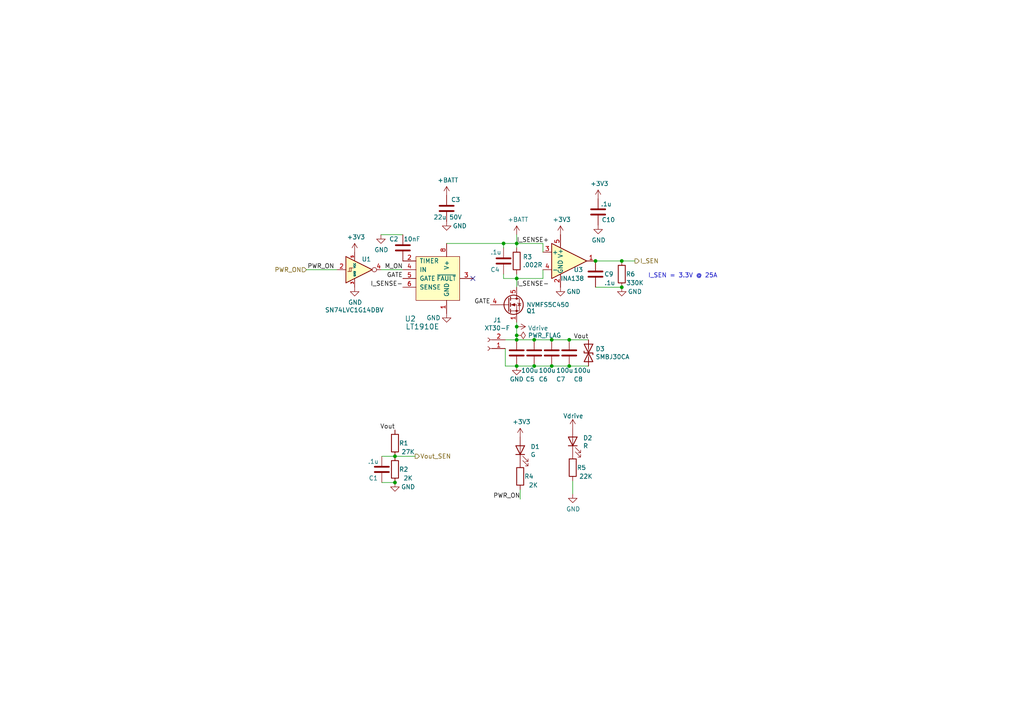
<source format=kicad_sch>
(kicad_sch (version 20211123) (generator eeschema)
  (paper "A4")
  (title_block (title "DJI Encoder Shield") (date "2020-11-08") (rev "R01") (company "HKU M2 Robocon Studio") (comment 1 "Designed by: Jeff Lai") (comment 2 "Control DJI to steer active caster module"))
  (lib_symbols
    (symbol "74xGxx:SN74LVC1G14DBV"
      (property "Reference" "U" (at -2.54 5.08 0))
      (property "Value" "SN74LVC1G14DBV" (at 10.16 5.08 0))
      (symbol "SN74LVC1G14DBV_0_1"
        (polyline (pts (xy -1.016 0.508) (xy -0.508 0.508)))
        (polyline (pts (xy -2.54 3.81) (xy -2.54 -3.81) (xy 5.08 0) (xy -2.54 3.81)) (stroke (width 0.254)) (fill (type background)))
        (polyline (pts (xy -1.524 -0.508) (xy -1.524 0.508) (xy -1.016 0.508) (xy -1.016 -0.508) (xy -2.032 -0.508)))
        (circle (center 5.715 0) (radius 0.635))
      )
      (symbol "SN74LVC1G14DBV_1_1"
        (pin no_connect line (at 5.08 0 180) (length 2.54) hide (name "NC") (number "1"))
        (pin input line (at -5.08 0 0) (length 2.54) (name "~") (number "2"))
        (pin power_in line (at 0 -5.08 90) (length 2.54) (name "GND") (number "3"))
        (pin output line (at 7.62 0 180) (length 1.27) (name "~") (number "4"))
        (pin power_in line (at 0 5.08 270) (length 2.54) (name "VCC") (number "5"))
      )
    )
    (symbol "AbsoluteEncoderBoard-rescue:LT1910ES8_PBF-dk_PMIC-Gate-Drivers" (pin_names (offset 1.016))
      (property "Reference" "U" (at -5.715 5.715 0))
      (property "Value" "LT1910ES8_PBF-dk_PMIC-Gate-Drivers" (at 5.08 -10.16 0))
      (symbol "LT1910ES8_PBF-dk_PMIC-Gate-Drivers_0_1"
        (rectangle (start -6.35 3.81) (end 6.35 -8.89) (fill (type background)))
      )
      (symbol "LT1910ES8_PBF-dk_PMIC-Gate-Drivers_1_1"
        (pin power_in line (at 2.54 -12.7 90) (length 3.81) (name "GND") (number "1"))
        (pin passive line (at -10.16 2.54 0) (length 3.81) (name "TIMER") (number "2"))
        (pin output line (at 10.16 -2.54 180) (length 3.81) (name "~{FAULT}") (number "3"))
        (pin input line (at -10.16 0 0) (length 3.81) (name "IN") (number "4"))
        (pin input line (at -10.16 -2.54 0) (length 3.81) (name "GATE") (number "5"))
        (pin input line (at -10.16 -5.08 0) (length 3.81) (name "SENSE") (number "6"))
        (pin no_connect line (at -6.35 -7.62 0) (length 3.81) hide (name "NC") (number "7"))
        (pin power_in line (at 2.54 7.62 270) (length 3.81) (name "V+") (number "8"))
      )
    )
    (symbol "Amplifier_Current:INA138" (pin_names (offset 0.127))
      (property "Reference" "U" (at 3.81 5.08 0))
      (property "Value" "INA138" (at 3.81 2.54 0))
      (symbol "INA138_0_1"
        (polyline (pts (xy -5.08 5.08) (xy 5.08 0) (xy -5.08 -5.08) (xy -5.08 5.08)) (stroke (width 0.254)) (fill (type background)))
      )
      (symbol "INA138_1_1"
        (pin output line (at 7.62 0 180) (length 2.54) (name "~") (number "1"))
        (pin power_in line (at -2.54 -7.62 90) (length 3.81) (name "GND") (number "2"))
        (pin input line (at -7.62 2.54 0) (length 2.54) (name "+") (number "3"))
        (pin input line (at -7.62 -2.54 0) (length 2.54) (name "-") (number "4"))
        (pin power_in line (at -2.54 7.62 270) (length 3.81) (name "V+") (number "5"))
      )
    )
    (symbol "Connector:Conn_01x02_Female" (pin_names (offset 1.016) hide)
      (property "Reference" "J" (at 0 2.54 0))
      (property "Value" "Conn_01x02_Female" (at 0 -5.08 0))
      (symbol "Conn_01x02_Female_1_1"
        (arc (start 0 -2.032) (mid -0.508 -2.54) (end 0 -3.048) (stroke (width 0.1524)))
        (polyline (pts (xy -1.27 -2.54) (xy -0.508 -2.54)) (stroke (width 0.1524)))
        (polyline (pts (xy -1.27 0) (xy -0.508 0)) (stroke (width 0.1524)))
        (arc (start 0 0.508) (mid -0.508 0) (end 0 -0.508) (stroke (width 0.1524)))
        (pin passive line (at -5.08 0 0) (length 3.81) (name "Pin_1") (number "1"))
        (pin passive line (at -5.08 -2.54 0) (length 3.81) (name "Pin_2") (number "2"))
      )
    )
    (symbol "Device:C" (pin_numbers hide) (pin_names (offset 0.254))
      (property "Reference" "C" (at 0.635 2.54 0))
      (property "Value" "C" (at 0.635 -2.54 0))
      (symbol "C_0_1"
        (polyline (pts (xy -2.032 -0.762) (xy 2.032 -0.762)) (stroke (width 0.508)))
        (polyline (pts (xy -2.032 0.762) (xy 2.032 0.762)) (stroke (width 0.508)))
      )
      (symbol "C_1_1"
        (pin passive line (at 0 3.81 270) (length 2.794) (name "~") (number "1"))
        (pin passive line (at 0 -3.81 90) (length 2.794) (name "~") (number "2"))
      )
    )
    (symbol "Device:D_TVS" (pin_numbers hide) (pin_names (offset 1.016) hide)
      (property "Reference" "D" (at 0 2.54 0))
      (property "Value" "D_TVS" (at 0 -2.54 0))
      (symbol "D_TVS_0_1"
        (polyline (pts (xy 1.27 0) (xy -1.27 0)))
        (polyline (pts (xy 0.508 1.27) (xy 0 1.27) (xy 0 -1.27) (xy -0.508 -1.27)) (stroke (width 0.254)))
        (polyline (pts (xy -2.54 1.27) (xy -2.54 -1.27) (xy 2.54 1.27) (xy 2.54 -1.27) (xy -2.54 1.27)) (stroke (width 0.254)))
      )
      (symbol "D_TVS_1_1"
        (pin passive line (at -3.81 0 0) (length 2.54) (name "A1") (number "1"))
        (pin passive line (at 3.81 0 180) (length 2.54) (name "A2") (number "2"))
      )
    )
    (symbol "Device:LED" (pin_numbers hide) (pin_names (offset 1.016) hide)
      (property "Reference" "D" (at 0 2.54 0))
      (property "Value" "LED" (at 0 -2.54 0))
      (symbol "LED_0_1"
        (polyline (pts (xy -1.27 -1.27) (xy -1.27 1.27)) (stroke (width 0.254)))
        (polyline (pts (xy -1.27 0) (xy 1.27 0)))
        (polyline (pts (xy 1.27 -1.27) (xy 1.27 1.27) (xy -1.27 0) (xy 1.27 -1.27)) (stroke (width 0.254)))
        (polyline (pts (xy -3.048 -0.762) (xy -4.572 -2.286) (xy -3.81 -2.286) (xy -4.572 -2.286) (xy -4.572 -1.524)))
        (polyline (pts (xy -1.778 -0.762) (xy -3.302 -2.286) (xy -2.54 -2.286) (xy -3.302 -2.286) (xy -3.302 -1.524)))
      )
      (symbol "LED_1_1"
        (pin passive line (at -3.81 0 0) (length 2.54) (name "K") (number "1"))
        (pin passive line (at 3.81 0 180) (length 2.54) (name "A") (number "2"))
      )
    )
    (symbol "Device:R" (pin_numbers hide) (pin_names (offset 0))
      (property "Reference" "R" (at 2.032 0 90))
      (property "Value" "R" (at 0 0 90))
      (symbol "R_0_1"
        (rectangle (start -1.016 -2.54) (end 1.016 2.54) (stroke (width 0.254)))
      )
      (symbol "R_1_1"
        (pin passive line (at 0 3.81 270) (length 1.27) (name "~") (number "1"))
        (pin passive line (at 0 -3.81 90) (length 1.27) (name "~") (number "2"))
      )
    )
    (symbol "Transistor_FET:BSC030N08NS5" (pin_names hide)
      (property "Reference" "Q" (at 5.08 1.905 0))
      (property "Value" "BSC030N08NS5" (at 5.08 0 0))
      (symbol "BSC030N08NS5_0_1"
        (polyline (pts (xy 0.254 0) (xy -2.54 0)))
        (polyline (pts (xy 0.254 1.905) (xy 0.254 -1.905)) (stroke (width 0.254)))
        (polyline (pts (xy 0.762 -1.27) (xy 0.762 -2.286)) (stroke (width 0.254)))
        (polyline (pts (xy 0.762 0.508) (xy 0.762 -0.508)) (stroke (width 0.254)))
        (polyline (pts (xy 0.762 2.286) (xy 0.762 1.27)) (stroke (width 0.254)))
        (polyline (pts (xy 2.54 2.54) (xy 2.54 1.778)))
        (polyline (pts (xy 2.54 -2.54) (xy 2.54 0) (xy 0.762 0)))
        (polyline (pts (xy 0.762 -1.778) (xy 3.302 -1.778) (xy 3.302 1.778) (xy 0.762 1.778)))
        (polyline (pts (xy 1.016 0) (xy 2.032 0.381) (xy 2.032 -0.381) (xy 1.016 0)) (fill (type outline)))
        (polyline (pts (xy 2.794 0.508) (xy 2.921 0.381) (xy 3.683 0.381) (xy 3.81 0.254)))
        (polyline (pts (xy 3.302 0.381) (xy 2.921 -0.254) (xy 3.683 -0.254) (xy 3.302 0.381)))
        (circle (center 1.651 0) (radius 2.794) (stroke (width 0.254)))
        (circle (center 2.54 -1.778) (radius 0.254) (fill (type outline)))
        (circle (center 2.54 1.778) (radius 0.254) (fill (type outline)))
      )
      (symbol "BSC030N08NS5_1_1"
        (pin passive line (at 2.54 -5.08 90) (length 2.54) (name "S") (number "1"))
        (pin passive line (at 2.54 -5.08 90) (length 2.54) hide (name "S") (number "2"))
        (pin passive line (at 2.54 -5.08 90) (length 2.54) hide (name "S") (number "3"))
        (pin passive line (at -5.08 0 0) (length 2.54) (name "G") (number "4"))
        (pin passive line (at 2.54 5.08 270) (length 2.54) (name "D") (number "5"))
      )
    )
    (symbol "power:+3V3" (power) (pin_names (offset 0))
      (property "Value" "+3V3" (at 0 3.556 0))
      (symbol "+3V3_0_1"
        (polyline (pts (xy -0.762 1.27) (xy 0 2.54)))
        (polyline (pts (xy 0 0) (xy 0 2.54)))
        (polyline (pts (xy 0 2.54) (xy 0.762 1.27)))
      )
      (symbol "+3V3_1_1"
        (pin power_in line (at 0 0 90) (length 0) hide (name "+3V3") (number "1"))
      )
    )
    (symbol "power:+BATT" (power) (pin_names (offset 0))
      (property "Value" "+BATT" (at 0 3.556 0))
      (symbol "+BATT_0_1"
        (polyline (pts (xy -0.762 1.27) (xy 0 2.54)))
        (polyline (pts (xy 0 0) (xy 0 2.54)))
        (polyline (pts (xy 0 2.54) (xy 0.762 1.27)))
      )
      (symbol "+BATT_1_1"
        (pin power_in line (at 0 0 90) (length 0) hide (name "+BATT") (number "1"))
      )
    )
    (symbol "power:GND" (power) (pin_names (offset 0))
      (property "Value" "GND" (at 0 -3.81 0))
      (symbol "GND_0_1"
        (polyline (pts (xy 0 0) (xy 0 -1.27) (xy 1.27 -1.27) (xy 0 -2.54) (xy -1.27 -1.27) (xy 0 -1.27)))
      )
      (symbol "GND_1_1"
        (pin power_in line (at 0 0 270) (length 0) hide (name "GND") (number "1"))
      )
    )
    (symbol "power:PWR_FLAG" (power) (pin_numbers hide) (pin_names (offset 0) hide)
      (property "Value" "PWR_FLAG" (at 0 3.81 0))
      (symbol "PWR_FLAG_0_0"
        (pin power_out line (at 0 0 90) (length 0) (name "pwr") (number "1"))
      )
      (symbol "PWR_FLAG_0_1"
        (polyline (pts (xy 0 0) (xy 0 1.27) (xy -1.016 1.905) (xy 0 2.54) (xy 1.016 1.905) (xy 0 1.27)))
      )
    )
    (symbol "power:Vdrive" (power) (pin_names (offset 0))
      (property "Value" "Vdrive" (at 0 3.81 0))
      (symbol "Vdrive_0_1"
        (polyline (pts (xy -0.762 1.27) (xy 0 2.54)))
        (polyline (pts (xy 0 0) (xy 0 2.54)))
        (polyline (pts (xy 0 2.54) (xy 0.762 1.27)))
      )
      (symbol "Vdrive_1_1"
        (pin power_in line (at 0 0 90) (length 0) hide (name "Vdrive") (number "1"))
      )
    )
  )
  (junction (at 149.86 97.282))
  (junction (at 149.86 70.612))
  (junction (at 149.86 94.742))
  (junction (at 149.86 80.772))
  (junction (at 149.86 106.172))
  (junction (at 146.05 70.612))
  (junction (at 114.554 132.334))
  (junction (at 180.34 75.692))
  (junction (at 154.94 98.552))
  (junction (at 154.94 106.172))
  (junction (at 114.554 139.954))
  (junction (at 165.1 106.172))
  (junction (at 149.86 98.552))
  (junction (at 165.1 98.552))
  (junction (at 172.72 75.692))
  (junction (at 180.34 83.312))
  (junction (at 160.02 98.552))
  (junction (at 160.02 106.172))
  (no_connect (at 137.16 80.772))
  (wire (pts (xy 166.116 139.446) (xy 166.116 143.256)))
  (wire (pts (xy 110.49 68.072) (xy 116.84 68.072)))
  (wire (pts (xy 154.94 106.172) (xy 160.02 106.172)))
  (wire (pts (xy 172.72 75.692) (xy 180.34 75.692)))
  (wire (pts (xy 160.02 106.172) (xy 165.1 106.172)))
  (wire (pts (xy 149.86 93.472) (xy 149.86 94.742)))
  (wire (pts (xy 88.9 78.232) (xy 97.79 78.232)))
  (wire (pts (xy 157.48 70.612) (xy 149.86 70.612)))
  (wire (pts (xy 149.86 79.502) (xy 149.86 80.772)))
  (wire (pts (xy 170.688 106.172) (xy 165.1 106.172)))
  (wire (pts (xy 157.48 70.612) (xy 157.48 73.152)))
  (wire (pts (xy 170.688 98.552) (xy 165.1 98.552)))
  (wire (pts (xy 149.86 106.172) (xy 154.94 106.172)))
  (wire (pts (xy 154.94 98.552) (xy 149.86 98.552)))
  (wire (pts (xy 110.49 78.232) (xy 116.84 78.232)))
  (wire (pts (xy 150.876 144.78) (xy 150.876 141.986)))
  (wire (pts (xy 146.558 106.172) (xy 149.86 106.172)))
  (wire (pts (xy 129.54 70.612) (xy 146.05 70.612)))
  (wire (pts (xy 149.86 97.282) (xy 149.86 98.552)))
  (wire (pts (xy 149.86 80.772) (xy 149.86 83.312)))
  (wire (pts (xy 110.744 139.954) (xy 114.554 139.954)))
  (wire (pts (xy 146.558 98.552) (xy 149.86 98.552)))
  (wire (pts (xy 149.86 94.742) (xy 149.86 97.282)))
  (wire (pts (xy 146.05 79.502) (xy 146.05 80.772)))
  (wire (pts (xy 149.86 70.612) (xy 149.86 68.072)))
  (wire (pts (xy 157.48 80.772) (xy 149.86 80.772)))
  (wire (pts (xy 165.1 98.552) (xy 160.02 98.552)))
  (wire (pts (xy 146.05 80.772) (xy 149.86 80.772)))
  (wire (pts (xy 157.48 78.232) (xy 157.48 80.772)))
  (wire (pts (xy 180.34 83.312) (xy 172.72 83.312)))
  (wire (pts (xy 184.15 75.692) (xy 180.34 75.692)))
  (wire (pts (xy 120.396 132.334) (xy 114.554 132.334)))
  (wire (pts (xy 146.558 101.092) (xy 146.558 106.172)))
  (wire (pts (xy 146.05 71.882) (xy 146.05 70.612)))
  (wire (pts (xy 160.02 98.552) (xy 154.94 98.552)))
  (wire (pts (xy 146.05 70.612) (xy 149.86 70.612)))
  (wire (pts (xy 149.86 70.612) (xy 149.86 71.882)))
  (wire (pts (xy 110.744 132.334) (xy 114.554 132.334)))
  (text "I_SEN = 3.3V @ 25A" (at 187.96 80.772 0) (effects (font (size 1.27 1.27)) (justify left bottom)))
  (label "I_SENSE-" (at 149.86 83.312 0))
  (label "Vout" (at 170.688 98.552 180))
  (label "I_SENSE-" (at 116.84 83.312 180))
  (label "PWR_ON" (at 150.876 144.78 180))
  (label "PWR_ON" (at 89.154 78.232 0))
  (label "M_ON" (at 116.84 78.232 180))
  (label "GATE" (at 142.24 88.392 180))
  (label "Vout" (at 114.554 124.714 180))
  (label "GATE" (at 116.84 80.772 180))
  (label "I_SENSE+" (at 149.86 70.612 0))
  (hierarchical_label "Vout_SEN" (shape output) (at 120.396 132.334 0))
  (hierarchical_label "PWR_ON" (shape input) (at 88.9 78.232 180))
  (hierarchical_label "I_SEN" (shape output) (at 184.15 75.692 0))
  (symbol (lib_id "power:GND") (at 149.86 106.172 0)
    (property "Reference" "#PWR010" (effects hide))
    (property "Value" "GND" (at 149.86 109.982 0))
  )
  (symbol (lib_id "Transistor_FET:BSC030N08NS5") (at 147.32 88.392 0)
    (property "Reference" "Q1" (at 152.654 90.17 0) (effects (justify left)))
    (property "Value" "NVMFS5C450" (at 152.654 88.392 0) (effects (justify left)))
    (property "Footprint" "Package_TO_SOT_SMD:TDSON-8-1" (effects hide))
    (property "Datasheet" "http://www.infineon.com/dgdl/Infineon-BSC030N08NS5-DS-v02_02-EN.pdf?fileId=5546d4624ad04ef9014aed52f4210acf" (effects hide))
  )
  (symbol (lib_id "Device:R") (at 149.86 75.692 0)
    (property "Reference" "R3" (at 151.638 74.5236 0) (effects (justify left)))
    (property "Value" ".002R" (at 151.638 76.835 0) (effects (justify left)))
    (property "Footprint" "Resistor_SMD:R_2512_6332Metric" (effects hide))
  )
  (symbol (lib_id "power:GND") (at 129.54 90.932 0)
    (property "Reference" "#PWR07" (effects hide))
    (property "Value" "GND" (at 125.73 92.202 0))
  )
  (symbol (lib_id "power:GND") (at 129.54 64.262 0)
    (property "Reference" "#PWR06" (effects hide))
    (property "Value" "GND" (at 133.35 65.532 0))
  )
  (symbol (lib_id "AbsoluteEncoderBoard-rescue:LT1910ES8_PBF-dk_PMIC-Gate-Drivers") (at 127 78.232 0)
    (property "Reference" "U2" (at 117.348 92.456 0) (effects (font (size 1.524 1.524)) (justify left)))
    (property "Value" "LT1910E" (at 117.602 94.742 0) (effects (font (size 1.524 1.524)) (justify left)))
    (property "Footprint" "digikey-footprints:SOIC-8_W3.9mm" (effects hide))
    (property "Datasheet" "http://www.linear.com/docs/3996" (effects hide))
    (property "Digi-Key_PN" "LT1910ES8#PBF-ND" (effects hide))
    (property "MPN" "LT1910ES8#PBF" (effects hide))
    (property "Category" "Integrated Circuits (ICs)" (effects hide))
    (property "Family" "PMIC - Gate Drivers" (effects hide))
    (property "DK_Datasheet_Link" "http://www.linear.com/docs/3996" (effects hide))
    (property "DK_Detail_Page" "/product-detail/en/linear-technology-analog-devices/LT1910ES8-PBF/LT1910ES8-PBF-ND/890353" (effects hide))
    (property "Description" "IC MOSFET DRIVER HIGH-SIDE 8SOIC" (effects hide))
    (property "Manufacturer" "Linear Technology/Analog Devices" (effects hide))
    (property "Status" "Active" (effects hide))
  )
  (symbol (lib_id "Device:C") (at 129.54 60.452 0)
    (property "Reference" "C3" (at 130.81 57.912 0) (effects (justify left)))
    (property "Value" "22u 50V" (at 125.73 62.992 0) (effects (justify left)))
    (property "Footprint" "Capacitor_SMD:C_0805_2012Metric" (effects hide))
  )
  (symbol (lib_id "Device:C") (at 116.84 71.882 180)
    (property "Reference" "C2" (at 115.57 69.342 0) (effects (justify left)))
    (property "Value" "10nF" (at 121.92 69.342 0) (effects (justify left)))
    (property "Footprint" "Capacitor_SMD:C_0402_1005Metric" (effects hide))
  )
  (symbol (lib_id "power:GND") (at 110.49 68.072 0)
    (property "Reference" "#PWR03" (effects hide))
    (property "Value" "GND" (at 110.617 72.4662 0))
  )
  (symbol (lib_id "power:GND") (at 173.482 65.278 0)
    (property "Reference" "#PWR017" (effects hide))
    (property "Value" "GND" (at 173.609 69.6722 0))
  )
  (symbol (lib_id "Device:C") (at 173.482 61.468 0)
    (property "Reference" "C10" (at 174.498 63.754 0) (effects (justify left)))
    (property "Value" ".1u" (at 174.244 59.182 0) (effects (justify left)))
    (property "Footprint" "Capacitor_SMD:C_0402_1005Metric" (effects hide))
  )
  (symbol (lib_id "Amplifier_Current:INA138") (at 165.1 75.692 0) (unit 1)
    (property "Reference" "U3" (at 166.37 78.232 0) (effects (justify left)))
    (property "Value" "INA138" (at 162.56 80.772 0) (effects (justify left)))
    (property "Footprint" "Package_TO_SOT_SMD:SOT-23-5" (effects hide))
    (property "Datasheet" "http://www.ti.com/lit/ds/symlink/ina138.pdf" (effects hide))
  )
  (symbol (lib_id "Connector:Conn_01x02_Female") (at 141.478 101.092 180) (unit 1)
    (property "Reference" "J1" (at 144.2212 92.837 0))
    (property "Value" "XT30-F" (at 144.2212 95.1484 0))
    (property "Footprint" "Connector_AMASS:AMASS_XT30U-F_1x02_P5.0mm_Vertical" (effects hide))
  )
  (symbol (lib_id "power:GND") (at 162.56 83.312 0)
    (property "Reference" "#PWR013" (effects hide))
    (property "Value" "GND" (at 166.37 84.582 0))
  )
  (symbol (lib_id "power:+3V3") (at 162.56 68.072 0) (unit 1)
    (property "Reference" "#PWR012" (effects hide))
    (property "Value" "+3V3" (at 162.941 63.6778 0))
  )
  (symbol (lib_id "Device:C") (at 172.72 79.502 0)
    (property "Reference" "C9" (at 175.26 79.502 0) (effects (justify left)))
    (property "Value" ".1u" (at 175.26 82.042 0) (effects (justify left)))
    (property "Footprint" "Capacitor_SMD:C_0402_1005Metric" (effects hide))
  )
  (symbol (lib_id "power:GND") (at 180.34 83.312 0)
    (property "Reference" "#PWR018" (effects hide))
    (property "Value" "GND" (at 184.15 84.582 0))
  )
  (symbol (lib_id "Device:R") (at 180.34 79.502 180) (unit 1)
    (property "Reference" "R6" (at 182.88 79.502 0))
    (property "Value" "330K" (at 184.15 82.042 0))
    (property "Footprint" "Resistor_SMD:R_0603_1608Metric" (effects hide))
  )
  (symbol (lib_id "power:Vdrive") (at 149.86 94.742 270) (unit 1)
    (property "Reference" "#PWR09" (effects hide))
    (property "Value" "Vdrive" (at 153.1112 95.1738 90) (effects (justify left)))
  )
  (symbol (lib_id "power:PWR_FLAG") (at 149.86 97.282 270) (unit 1)
    (property "Reference" "#FLG01" (effects hide))
    (property "Value" "PWR_FLAG" (at 153.1112 97.282 90) (effects (justify left)))
  )
  (symbol (lib_id "Device:C") (at 149.86 102.362 0)
    (property "Reference" "C5" (at 152.4 109.982 0) (effects (justify left)))
    (property "Value" "100u" (at 151.13 107.442 0) (effects (justify left)))
    (property "Footprint" "Capacitor_SMD:C_1210_3225Metric" (effects hide))
  )
  (symbol (lib_id "Device:D_TVS") (at 170.688 102.362 270) (unit 1)
    (property "Reference" "D3" (at 172.72 101.1936 90) (effects (justify left)))
    (property "Value" "SMBJ30CA" (at 172.72 103.505 90) (effects (justify left)))
    (property "Footprint" "Diode_SMD:D_SMB_Handsoldering" (effects hide))
  )
  (symbol (lib_id "Device:R") (at 114.554 128.524 180) (unit 1)
    (property "Reference" "R1" (at 117.094 128.524 0))
    (property "Value" "27K" (at 118.364 131.064 0))
    (property "Footprint" "Resistor_SMD:R_0603_1608Metric" (effects hide))
  )
  (symbol (lib_id "Device:R") (at 114.554 136.144 180) (unit 1)
    (property "Reference" "R2" (at 117.094 136.144 0))
    (property "Value" "2K" (at 118.364 138.684 0))
    (property "Footprint" "Resistor_SMD:R_0603_1608Metric" (effects hide))
  )
  (symbol (lib_id "power:GND") (at 114.554 139.954 0)
    (property "Reference" "#PWR04" (effects hide))
    (property "Value" "GND" (at 118.364 141.224 0))
  )
  (symbol (lib_id "Device:C") (at 154.94 102.362 0)
    (property "Reference" "C6" (at 156.21 109.982 0) (effects (justify left)))
    (property "Value" "100u" (at 156.21 107.442 0) (effects (justify left)))
    (property "Footprint" "Capacitor_SMD:C_1210_3225Metric" (effects hide))
  )
  (symbol (lib_id "Device:C") (at 160.02 102.362 0)
    (property "Reference" "C7" (at 161.29 109.982 0) (effects (justify left)))
    (property "Value" "100u" (at 161.29 107.442 0) (effects (justify left)))
    (property "Footprint" "Capacitor_SMD:C_1210_3225Metric" (effects hide))
  )
  (symbol (lib_id "Device:C") (at 165.1 102.362 0)
    (property "Reference" "C8" (at 166.37 109.982 0) (effects (justify left)))
    (property "Value" "100u" (at 166.37 107.442 0) (effects (justify left)))
    (property "Footprint" "Capacitor_SMD:C_1210_3225Metric" (effects hide))
  )
  (symbol (lib_id "Device:C") (at 146.05 75.692 0)
    (property "Reference" "C4" (at 142.24 78.232 0) (effects (justify left)))
    (property "Value" ".1u" (at 142.24 73.152 0) (effects (justify left)))
    (property "Footprint" "Capacitor_SMD:C_0402_1005Metric" (effects hide))
  )
  (symbol (lib_id "Device:C") (at 110.744 136.144 0)
    (property "Reference" "C1" (at 106.934 138.684 0) (effects (justify left)))
    (property "Value" ".1u" (at 106.68 133.858 0) (effects (justify left)))
    (property "Footprint" "Capacitor_SMD:C_0402_1005Metric" (effects hide))
  )
  (symbol (lib_id "Device:LED") (at 150.876 130.556 90) (unit 1)
    (property "Reference" "D1" (at 153.8732 129.5654 90) (effects (justify right)))
    (property "Value" "G" (at 153.8732 131.8768 90) (effects (justify right)))
    (property "Footprint" "LED_SMD:LED_0805_2012Metric_Castellated" (effects hide))
  )
  (symbol (lib_id "Device:R") (at 150.876 138.176 180) (unit 1)
    (property "Reference" "R4" (at 153.416 138.176 0))
    (property "Value" "2K" (at 154.686 140.716 0))
    (property "Footprint" "Resistor_SMD:R_0603_1608Metric" (effects hide))
  )
  (symbol (lib_id "Device:LED") (at 166.116 128.016 90) (unit 1)
    (property "Reference" "D2" (at 169.1132 127.0254 90) (effects (justify right)))
    (property "Value" "R" (at 169.1132 129.3368 90) (effects (justify right)))
    (property "Footprint" "LED_SMD:LED_0805_2012Metric_Castellated" (effects hide))
  )
  (symbol (lib_id "Device:R") (at 166.116 135.636 180) (unit 1)
    (property "Reference" "R5" (at 168.656 135.636 0))
    (property "Value" "22K" (at 169.926 138.176 0))
    (property "Footprint" "Resistor_SMD:R_0603_1608Metric" (effects hide))
  )
  (symbol (lib_id "power:+BATT") (at 149.86 68.072 0) (unit 1)
    (property "Reference" "#PWR08" (effects hide))
    (property "Value" "+BATT" (at 150.241 63.6778 0))
  )
  (symbol (lib_id "power:+BATT") (at 129.54 56.642 0) (unit 1)
    (property "Reference" "#PWR05" (effects hide))
    (property "Value" "+BATT" (at 129.921 52.2478 0))
  )
  (symbol (lib_id "74xGxx:SN74LVC1G14DBV") (at 102.87 78.232 0) (unit 1)
    (property "Reference" "U1" (at 104.902 75.184 0) (effects (justify left)))
    (property "Value" "SN74LVC1G14DBV" (at 94.234 89.916 0) (effects (justify left)))
    (property "Footprint" "Package_TO_SOT_SMD:SOT-23-5" (effects hide))
    (property "Datasheet" "http://www.ti.com/lit/ds/symlink/sn74lvc1g14.pdf" (effects hide))
  )
  (symbol (lib_id "power:+3V3") (at 102.87 73.152 0) (unit 1)
    (property "Reference" "#PWR01" (effects hide))
    (property "Value" "+3V3" (at 103.251 68.7578 0))
  )
  (symbol (lib_id "power:+3V3") (at 173.482 57.658 0) (unit 1)
    (property "Reference" "#PWR016" (effects hide))
    (property "Value" "+3V3" (at 173.863 53.2638 0))
  )
  (symbol (lib_id "power:GND") (at 102.87 83.312 0)
    (property "Reference" "#PWR02" (effects hide))
    (property "Value" "GND" (at 102.997 87.7062 0))
  )
  (symbol (lib_id "power:Vdrive") (at 166.116 124.206 0) (unit 1)
    (property "Reference" "#PWR014" (effects hide))
    (property "Value" "Vdrive" (at 163.322 120.65 0) (effects (justify left)))
  )
  (symbol (lib_id "power:GND") (at 166.116 143.256 0) (unit 1)
    (property "Reference" "#PWR015" (effects hide))
    (property "Value" "GND" (at 166.243 147.6502 0))
  )
  (symbol (lib_id "power:+3V3") (at 150.876 126.746 0) (unit 1)
    (property "Reference" "#PWR011" (effects hide))
    (property "Value" "+3V3" (at 151.257 122.3518 0))
  )
)
</source>
